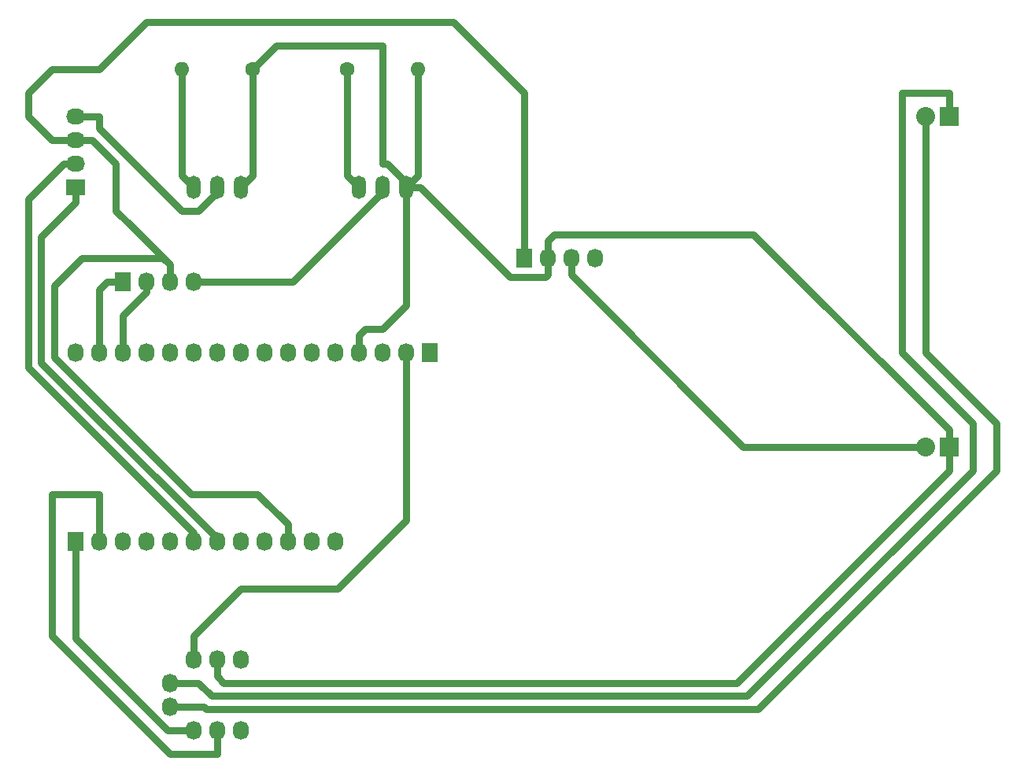
<source format=gbr>
G04 #@! TF.FileFunction,Copper,L1,Top,Signal*
%FSLAX46Y46*%
G04 Gerber Fmt 4.6, Leading zero omitted, Abs format (unit mm)*
G04 Created by KiCad (PCBNEW 4.0.4-stable) date Tuesday, January 24, 2017 'PMt' 03:04:45 PM*
%MOMM*%
%LPD*%
G01*
G04 APERTURE LIST*
%ADD10C,0.100000*%
%ADD11R,2.032000X2.032000*%
%ADD12O,2.032000X2.032000*%
%ADD13R,1.727200X2.032000*%
%ADD14O,1.727200X2.032000*%
%ADD15R,2.032000X1.727200*%
%ADD16O,2.032000X1.727200*%
%ADD17O,1.501140X2.499360*%
%ADD18C,1.600000*%
%ADD19O,1.600000X1.600000*%
%ADD20C,0.800000*%
G04 APERTURE END LIST*
D10*
D11*
X177800000Y-38100000D03*
D12*
X175260000Y-38100000D03*
D11*
X177800000Y-73660000D03*
D12*
X175260000Y-73660000D03*
D13*
X132080000Y-53340000D03*
D14*
X134620000Y-53340000D03*
X137160000Y-53340000D03*
X139700000Y-53340000D03*
D13*
X83820000Y-83820000D03*
D14*
X86360000Y-83820000D03*
X88900000Y-83820000D03*
X91440000Y-83820000D03*
X93980000Y-83820000D03*
X96520000Y-83820000D03*
X99060000Y-83820000D03*
X101600000Y-83820000D03*
X104140000Y-83820000D03*
X106680000Y-83820000D03*
X109220000Y-83820000D03*
X111760000Y-83820000D03*
D13*
X121920000Y-63500000D03*
D14*
X119380000Y-63500000D03*
X116840000Y-63500000D03*
X114300000Y-63500000D03*
X111760000Y-63500000D03*
X109220000Y-63500000D03*
X106680000Y-63500000D03*
X104140000Y-63500000D03*
X101600000Y-63500000D03*
X99060000Y-63500000D03*
X96520000Y-63500000D03*
X93980000Y-63500000D03*
X91440000Y-63500000D03*
X88900000Y-63500000D03*
X86360000Y-63500000D03*
X83820000Y-63500000D03*
D15*
X83820000Y-45720000D03*
D16*
X83820000Y-43180000D03*
X83820000Y-40640000D03*
X83820000Y-38100000D03*
D13*
X88900000Y-55880000D03*
D14*
X91440000Y-55880000D03*
X93980000Y-55880000D03*
X96520000Y-55880000D03*
D17*
X99060000Y-45720000D03*
X96520000Y-45720000D03*
X101600000Y-45720000D03*
X116840000Y-45720000D03*
X114300000Y-45720000D03*
X119380000Y-45720000D03*
D18*
X102870000Y-33020000D03*
D19*
X95250000Y-33020000D03*
D18*
X113030000Y-33020000D03*
D19*
X120650000Y-33020000D03*
D14*
X96520000Y-96520000D03*
X99060000Y-96520000D03*
X101600000Y-96520000D03*
X93980000Y-99060000D03*
X93980000Y-101600000D03*
X96520000Y-104140000D03*
X99060000Y-104140000D03*
X101600000Y-104140000D03*
D20*
X177800000Y-35560000D02*
X177800000Y-38100000D01*
X172720000Y-35560000D02*
X177800000Y-35560000D01*
X172720000Y-63500000D02*
X172720000Y-35560000D01*
X180340000Y-76200000D02*
X180340000Y-71120000D01*
X180340000Y-71120000D02*
X172720000Y-63500000D01*
X156079989Y-100460011D02*
X180340000Y-76200000D01*
X98480097Y-100460011D02*
X156079989Y-100460011D01*
X97080086Y-99060000D02*
X98480097Y-100460011D01*
X93980000Y-99060000D02*
X97080086Y-99060000D01*
X175260000Y-63500000D02*
X175260000Y-38100000D01*
X182880000Y-71120000D02*
X175260000Y-63500000D01*
X182880000Y-76200000D02*
X182880000Y-71120000D01*
X157219979Y-101860021D02*
X182880000Y-76200000D01*
X93980000Y-101600000D02*
X97640173Y-101600000D01*
X97640173Y-101600000D02*
X97900194Y-101860021D01*
X97900194Y-101860021D02*
X157219979Y-101860021D01*
X120650000Y-44450000D02*
X120650000Y-33020000D01*
X119380000Y-45720000D02*
X120650000Y-44450000D01*
X116840000Y-43180000D02*
X117339110Y-43180000D01*
X117339110Y-43180000D02*
X119380000Y-45220890D01*
X119380000Y-45220890D02*
X119380000Y-45720000D01*
X116840000Y-30480000D02*
X116840000Y-43180000D01*
X105410000Y-30480000D02*
X116840000Y-30480000D01*
X102870000Y-33020000D02*
X105410000Y-30480000D01*
X102870000Y-44450000D02*
X102870000Y-33020000D01*
X101600000Y-45720000D02*
X102870000Y-44450000D01*
X119380000Y-45720000D02*
X120930570Y-45720000D01*
X120930570Y-45720000D02*
X130566571Y-55356001D01*
X130566571Y-55356001D02*
X134419999Y-55356001D01*
X134419999Y-55356001D02*
X134620000Y-55156000D01*
X134620000Y-55156000D02*
X134620000Y-53340000D01*
X116840000Y-60960000D02*
X115024000Y-60960000D01*
X115024000Y-60960000D02*
X114300000Y-61684000D01*
X114300000Y-61684000D02*
X114300000Y-63500000D01*
X119380000Y-58420000D02*
X116840000Y-60960000D01*
X119380000Y-45720000D02*
X119380000Y-58420000D01*
X177800000Y-73660000D02*
X177800000Y-71844000D01*
X177800000Y-71844000D02*
X156756000Y-50800000D01*
X156756000Y-50800000D02*
X135344000Y-50800000D01*
X135344000Y-50800000D02*
X134620000Y-51524000D01*
X134620000Y-51524000D02*
X134620000Y-53340000D01*
X99060000Y-96520000D02*
X99060000Y-98336000D01*
X99060000Y-98336000D02*
X99784000Y-99060000D01*
X99784000Y-99060000D02*
X154940000Y-99060000D01*
X154940000Y-99060000D02*
X177800000Y-76200000D01*
X177800000Y-76200000D02*
X177800000Y-73660000D01*
X137160000Y-53340000D02*
X137160000Y-55156000D01*
X137160000Y-55156000D02*
X155664000Y-73660000D01*
X155664000Y-73660000D02*
X173823160Y-73660000D01*
X173823160Y-73660000D02*
X175260000Y-73660000D01*
X96272058Y-78740000D02*
X103416000Y-78740000D01*
X103416000Y-78740000D02*
X106680000Y-82004000D01*
X106680000Y-82004000D02*
X106680000Y-83820000D01*
X81540022Y-64007964D02*
X96272058Y-78740000D01*
X81280000Y-40640000D02*
X83820000Y-40640000D01*
X78740000Y-38100000D02*
X81280000Y-40640000D01*
X78740000Y-35560000D02*
X78740000Y-38100000D01*
X81280000Y-33020000D02*
X78740000Y-35560000D01*
X86360000Y-33020000D02*
X81280000Y-33020000D01*
X91440000Y-27940000D02*
X86360000Y-33020000D01*
X124460000Y-27940000D02*
X91440000Y-27940000D01*
X132080000Y-35560000D02*
X124460000Y-27940000D01*
X132080000Y-53340000D02*
X132080000Y-35560000D01*
X93256000Y-53340000D02*
X93980000Y-54064000D01*
X81540022Y-64007964D02*
X81540022Y-56329892D01*
X81540022Y-56329892D02*
X84529914Y-53340000D01*
X84529914Y-53340000D02*
X93256000Y-53340000D01*
X93980000Y-54064000D02*
X93980000Y-55880000D01*
X88176000Y-43180000D02*
X88176000Y-48260000D01*
X89992000Y-50076000D02*
X88176000Y-48260000D01*
X89992000Y-50076000D02*
X93980000Y-54064000D01*
X83820000Y-40640000D02*
X85636000Y-40640000D01*
X85636000Y-40640000D02*
X88176000Y-43180000D01*
X83820000Y-86360000D02*
X83820000Y-83820000D01*
X96520000Y-104140000D02*
X93732058Y-104140000D01*
X93732058Y-104140000D02*
X83820000Y-94227942D01*
X83820000Y-94227942D02*
X83820000Y-86360000D01*
X99060000Y-104140000D02*
X99060000Y-106680000D01*
X99060000Y-106680000D02*
X93980000Y-106680000D01*
X93980000Y-106680000D02*
X81280000Y-93980000D01*
X81280000Y-93980000D02*
X81280000Y-78740000D01*
X81280000Y-78740000D02*
X86360000Y-78740000D01*
X86360000Y-78740000D02*
X86360000Y-83820000D01*
X83820000Y-43180000D02*
X82550000Y-43180000D01*
X78740000Y-46990000D02*
X78740001Y-65167770D01*
X82550000Y-43180000D02*
X78740000Y-46990000D01*
X78740001Y-65167770D02*
X96520000Y-82947769D01*
X96520000Y-82947769D02*
X96520000Y-83820000D01*
X80140011Y-64587867D02*
X99060000Y-83507856D01*
X99060000Y-83507856D02*
X99060000Y-83820000D01*
X83820000Y-47383600D02*
X80140011Y-51063589D01*
X80140011Y-51063589D02*
X80140011Y-64587867D01*
X83820000Y-45720000D02*
X83820000Y-47383600D01*
X119380000Y-63500000D02*
X119380000Y-81527942D01*
X101600000Y-88900000D02*
X96520000Y-93980000D01*
X119380000Y-81527942D02*
X112007942Y-88900000D01*
X112007942Y-88900000D02*
X101600000Y-88900000D01*
X96520000Y-93980000D02*
X96520000Y-96520000D01*
X88900000Y-63500000D02*
X88900000Y-59559602D01*
X88900000Y-59559602D02*
X91440000Y-57019602D01*
X91440000Y-57019602D02*
X91440000Y-55880000D01*
X86360000Y-63500000D02*
X86360000Y-56756400D01*
X87236400Y-55880000D02*
X88900000Y-55880000D01*
X86360000Y-56756400D02*
X87236400Y-55880000D01*
X95250000Y-48260000D02*
X97019110Y-48260000D01*
X97019110Y-48260000D02*
X99060000Y-46219110D01*
X99060000Y-46219110D02*
X99060000Y-45720000D01*
X86360000Y-39370000D02*
X95250000Y-48260000D01*
X86360000Y-38100000D02*
X86360000Y-39370000D01*
X83820000Y-38100000D02*
X86360000Y-38100000D01*
X96520000Y-55880000D02*
X107179110Y-55880000D01*
X107179110Y-55880000D02*
X116840000Y-46219110D01*
X116840000Y-46219110D02*
X116840000Y-45720000D01*
X95250000Y-44450000D02*
X95250000Y-33020000D01*
X96520000Y-45720000D02*
X95250000Y-44450000D01*
X113030000Y-33020000D02*
X113030000Y-44450000D01*
X113030000Y-44450000D02*
X114300000Y-45720000D01*
M02*

</source>
